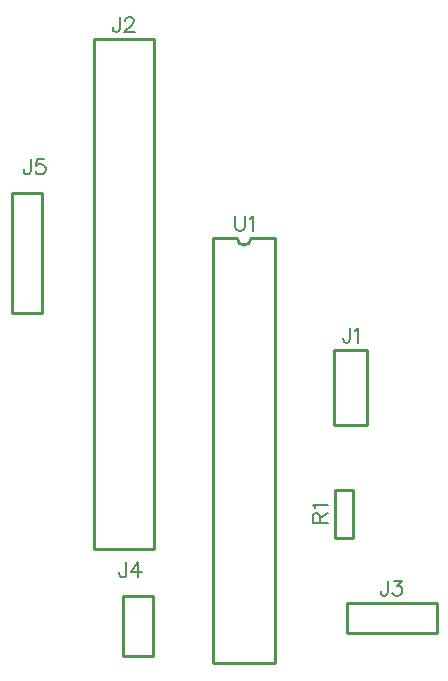
<source format=gbr>
G04 DipTrace 3.1.0.1*
G04 TopSilk.gbr*
%MOIN*%
G04 #@! TF.FileFunction,Legend,Top*
G04 #@! TF.Part,Single*
%ADD10C,0.009843*%
%ADD45C,0.00772*%
%FSLAX26Y26*%
G04*
G70*
G90*
G75*
G01*
G04 TopSilk*
%LPD*%
X1209093Y1971388D2*
D10*
Y554066D1*
X1413821Y1971388D2*
Y554066D1*
X1209093D2*
X1413821D1*
X1209093Y1971388D2*
X1287826D1*
X1413821D2*
X1335088D1*
X1287826D2*
G03X1335088Y1971388I23631J103D01*
G01*
X1009757Y2635327D2*
X809757D1*
Y935327D1*
X1009757D1*
Y2635327D1*
X1721475Y1599311D2*
Y1347343D1*
X1611239D1*
Y1599311D1*
X1721475D1*
X1952838Y656622D2*
X1652876D1*
Y756627D1*
X1952838D1*
Y656622D1*
X908152Y577715D2*
X1008157D1*
Y777739D1*
X908152D1*
Y577715D1*
X1612957Y971977D2*
X1672957D1*
X1612957Y1132277D2*
Y971977D1*
Y1132277D2*
X1672957D1*
Y971977D1*
X638362Y2121845D2*
X538357D1*
Y1721809D1*
X638362D1*
Y2121845D1*
X1280994Y2044612D2*
D45*
Y2008742D1*
X1283371Y2001557D1*
X1288179Y1996803D1*
X1295364Y1994372D1*
X1300117D1*
X1307302Y1996803D1*
X1312111Y2001557D1*
X1314487Y2008742D1*
Y2044612D1*
X1329927Y2034995D2*
X1334735Y2037426D1*
X1341920Y2044556D1*
Y1994372D1*
X897257Y2708550D2*
Y2670304D1*
X894880Y2663119D1*
X892448Y2660742D1*
X887695Y2658310D1*
X882886D1*
X878133Y2660742D1*
X875757Y2663119D1*
X873325Y2670304D1*
Y2675057D1*
X915128Y2696557D2*
Y2698933D1*
X917504Y2703742D1*
X919881Y2706118D1*
X924689Y2708495D1*
X934251D1*
X939004Y2706118D1*
X941381Y2703742D1*
X943813Y2698933D1*
Y2694180D1*
X941381Y2689372D1*
X936627Y2682242D1*
X912696Y2658310D1*
X946189D1*
X1664606Y1672534D2*
Y1634288D1*
X1662230Y1627103D1*
X1659798Y1624726D1*
X1655045Y1622294D1*
X1650236D1*
X1645483Y1624726D1*
X1643107Y1627103D1*
X1640675Y1634288D1*
Y1639041D1*
X1680046Y1662917D2*
X1684854Y1665349D1*
X1692039Y1672479D1*
Y1622294D1*
X1790357Y829850D2*
Y791604D1*
X1787980Y784419D1*
X1785548Y782042D1*
X1780795Y779610D1*
X1775986D1*
X1771233Y782042D1*
X1768857Y784419D1*
X1766425Y791604D1*
Y796357D1*
X1810604Y829795D2*
X1836857D1*
X1822542Y810672D1*
X1829727D1*
X1834481Y808295D1*
X1836857Y805918D1*
X1839289Y798733D1*
Y793980D1*
X1836857Y786795D1*
X1832104Y781987D1*
X1824919Y779610D1*
X1817734D1*
X1810604Y781987D1*
X1808228Y784419D1*
X1805796Y789172D1*
X919468Y890320D2*
Y852074D1*
X917092Y844889D1*
X914660Y842512D1*
X909907Y840080D1*
X905098D1*
X900345Y842512D1*
X897968Y844889D1*
X895537Y852074D1*
Y856827D1*
X958839Y840080D2*
Y890265D1*
X934907Y856827D1*
X970777D1*
X1563666Y1021664D2*
Y1043164D1*
X1561234Y1050349D1*
X1558857Y1052781D1*
X1554104Y1055157D1*
X1549296D1*
X1544542Y1052781D1*
X1542111Y1050349D1*
X1539734Y1043164D1*
Y1021664D1*
X1589974D1*
X1563666Y1038411D2*
X1589974Y1055157D1*
X1549351Y1070597D2*
X1546919Y1075405D1*
X1539789Y1082590D1*
X1589974D1*
X600857Y2234420D2*
Y2196174D1*
X598480Y2188989D1*
X596048Y2186612D1*
X591295Y2184180D1*
X586486D1*
X581733Y2186612D1*
X579357Y2188989D1*
X576925Y2196174D1*
Y2200927D1*
X644981Y2234365D2*
X621104D1*
X618728Y2212865D1*
X621104Y2215242D1*
X628289Y2217674D1*
X635419D1*
X642604Y2215242D1*
X647413Y2210488D1*
X649789Y2203303D1*
Y2198550D1*
X647413Y2191365D1*
X642604Y2186557D1*
X635419Y2184180D1*
X628289D1*
X621104Y2186557D1*
X618728Y2188989D1*
X616296Y2193742D1*
M02*

</source>
